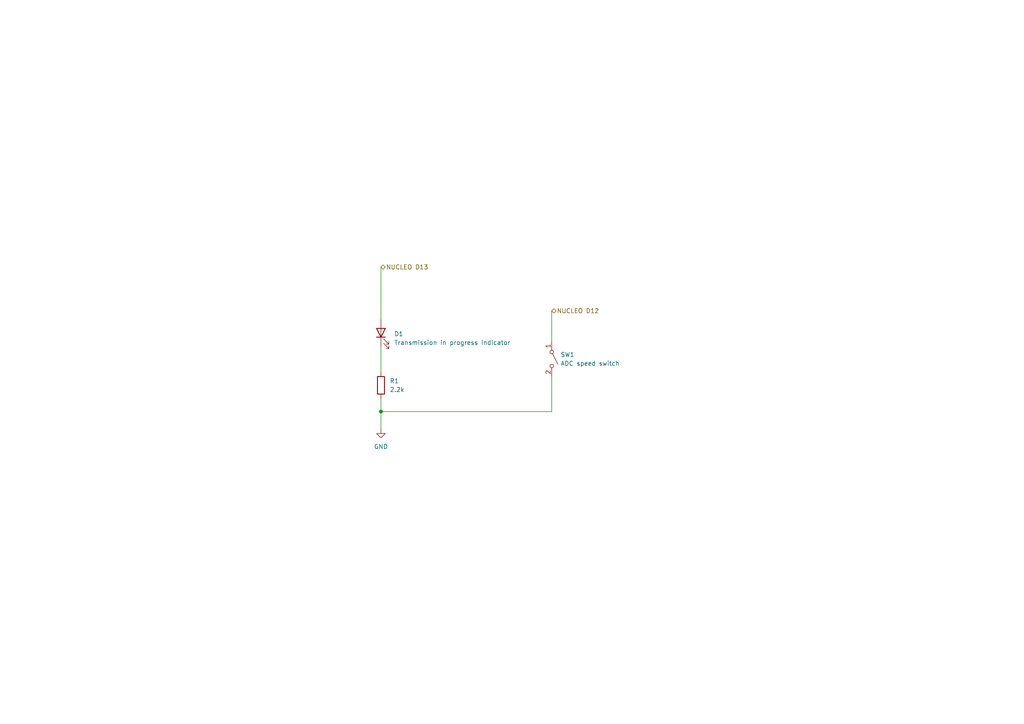
<source format=kicad_sch>
(kicad_sch (version 20211123) (generator eeschema)
  (paper "A4")
  (lib_symbols
    (symbol "Device:LED" (pin_numbers hide) (pin_names (offset 1.016) hide)
      (property "Reference" "D" (at 0 2.54 0))
      (property "Value" "LED" (at 0 -2.54 0))
      (symbol "LED_0_1"
        (polyline (pts (xy -1.27 -1.27) (xy -1.27 1.27)) (stroke (width 0.254)))
        (polyline (pts (xy -1.27 0) (xy 1.27 0)))
        (polyline (pts (xy 1.27 -1.27) (xy 1.27 1.27) (xy -1.27 0) (xy 1.27 -1.27)) (stroke (width 0.254)))
        (polyline (pts (xy -3.048 -0.762) (xy -4.572 -2.286) (xy -3.81 -2.286) (xy -4.572 -2.286) (xy -4.572 -1.524)))
        (polyline (pts (xy -1.778 -0.762) (xy -3.302 -2.286) (xy -2.54 -2.286) (xy -3.302 -2.286) (xy -3.302 -1.524)))
      )
      (symbol "LED_1_1"
        (pin passive line (at -3.81 0 0) (length 2.54) (name "K") (number "1"))
        (pin passive line (at 3.81 0 180) (length 2.54) (name "A") (number "2"))
      )
    )
    (symbol "Device:R" (pin_numbers hide) (pin_names (offset 0))
      (property "Reference" "R" (at 2.032 0 90))
      (property "Value" "R" (at 0 0 90))
      (symbol "R_0_1"
        (rectangle (start -1.016 -2.54) (end 1.016 2.54) (stroke (width 0.254)))
      )
      (symbol "R_1_1"
        (pin passive line (at 0 3.81 270) (length 1.27) (name "~") (number "1"))
        (pin passive line (at 0 -3.81 90) (length 1.27) (name "~") (number "2"))
      )
    )
    (symbol "Switch:SW_SPST" (pin_names (offset 0) hide)
      (property "Reference" "SW" (at 0 3.175 0))
      (property "Value" "SW_SPST" (at 0 -2.54 0))
      (symbol "SW_SPST_0_0"
        (circle (center -2.032 0) (radius 0.508))
        (polyline (pts (xy -1.524 0.254) (xy 1.524 1.778)))
        (circle (center 2.032 0) (radius 0.508))
      )
      (symbol "SW_SPST_1_1"
        (pin passive line (at -5.08 0 0) (length 2.54) (name "A") (number "1"))
        (pin passive line (at 5.08 0 180) (length 2.54) (name "B") (number "2"))
      )
    )
    (symbol "power:GND" (power) (pin_names (offset 0))
      (property "Value" "GND" (at 0 -3.81 0))
      (symbol "GND_0_1"
        (polyline (pts (xy 0 0) (xy 0 -1.27) (xy 1.27 -1.27) (xy 0 -2.54) (xy -1.27 -1.27) (xy 0 -1.27)))
      )
      (symbol "GND_1_1"
        (pin power_in line (at 0 0 270) (length 0) hide (name "GND") (number "1"))
      )
    )
  )
  (junction (at 110.49 119.38))
  (wire (pts (xy 110.49 119.38) (xy 160.02 119.38)))
  (wire (pts (xy 110.49 100.33) (xy 110.49 107.95)))
  (wire (pts (xy 160.02 90.17) (xy 160.02 99.06)))
  (wire (pts (xy 160.02 109.22) (xy 160.02 119.38)))
  (wire (pts (xy 110.49 77.47) (xy 110.49 92.71)))
  (wire (pts (xy 110.49 115.57) (xy 110.49 119.38)))
  (wire (pts (xy 110.49 119.38) (xy 110.49 124.46)))
  (hierarchical_label "NUCLEO D13" (shape bidirectional) (at 110.49 77.47 0))
  (hierarchical_label "NUCLEO D12" (shape bidirectional) (at 160.02 90.17 0))
  (symbol (lib_id "Device:R") (at 110.49 111.76 0) (unit 1)
    (property "Reference" "R1" (at 113.03 110.4899 0) (effects (justify left)))
    (property "Value" "2.2k" (at 113.03 113.0299 0) (effects (justify left)))
  )
  (symbol (lib_id "power:GND") (at 110.49 124.46 0) (unit 1)
    (property "Reference" "#PWR?" (effects hide))
    (property "Value" "GND" (at 110.49 129.54 0))
  )
  (symbol (lib_id "Device:LED") (at 110.49 96.52 90) (unit 1)
    (property "Reference" "D1" (at 114.3 96.8374 90) (effects (justify right)))
    (property "Value" "Transmission in progress indicator" (at 114.3 99.3774 90) (effects (justify right)))
  )
  (symbol (lib_id "Switch:SW_SPST") (at 160.02 104.14 270) (unit 1)
    (property "Reference" "SW1" (at 162.56 102.8699 90) (effects (justify left)))
    (property "Value" "ADC speed switch" (at 162.56 105.4099 90) (effects (justify left)))
  )
)
</source>
